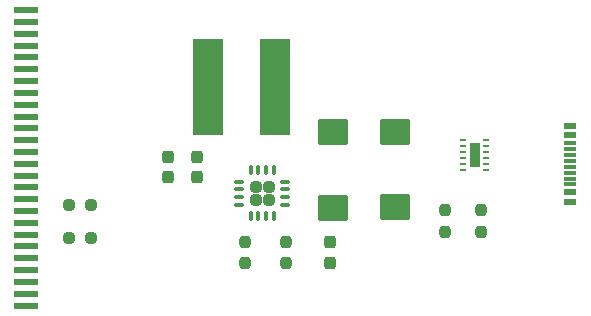
<source format=gtp>
%TF.GenerationSoftware,KiCad,Pcbnew,6.0.11+dfsg-1*%
%TF.CreationDate,2024-02-27T20:54:29-05:00*%
%TF.ProjectId,usb-c-expresscard,7573622d-632d-4657-9870-726573736361,rev?*%
%TF.SameCoordinates,Original*%
%TF.FileFunction,Paste,Top*%
%TF.FilePolarity,Positive*%
%FSLAX46Y46*%
G04 Gerber Fmt 4.6, Leading zero omitted, Abs format (unit mm)*
G04 Created by KiCad (PCBNEW 6.0.11+dfsg-1) date 2024-02-27 20:54:29*
%MOMM*%
%LPD*%
G01*
G04 APERTURE LIST*
G04 Aperture macros list*
%AMRoundRect*
0 Rectangle with rounded corners*
0 $1 Rounding radius*
0 $2 $3 $4 $5 $6 $7 $8 $9 X,Y pos of 4 corners*
0 Add a 4 corners polygon primitive as box body*
4,1,4,$2,$3,$4,$5,$6,$7,$8,$9,$2,$3,0*
0 Add four circle primitives for the rounded corners*
1,1,$1+$1,$2,$3*
1,1,$1+$1,$4,$5*
1,1,$1+$1,$6,$7*
1,1,$1+$1,$8,$9*
0 Add four rect primitives between the rounded corners*
20,1,$1+$1,$2,$3,$4,$5,0*
20,1,$1+$1,$4,$5,$6,$7,0*
20,1,$1+$1,$6,$7,$8,$9,0*
20,1,$1+$1,$8,$9,$2,$3,0*%
%AMFreePoly0*
4,1,5,1.000760,-0.248920,-1.000760,-0.248920,-1.000760,0.248920,1.000760,0.248920,1.000760,-0.248920,1.000760,-0.248920,$1*%
%AMFreePoly1*
4,1,5,1.000760,-0.248158,-1.000760,-0.248158,-1.000760,0.249682,1.000760,0.249682,1.000760,-0.248158,1.000760,-0.248158,$1*%
%AMFreePoly2*
4,1,5,1.000760,-0.249936,-1.000760,-0.249936,-1.000760,0.247904,1.000760,0.247904,1.000760,-0.249936,1.000760,-0.249936,$1*%
%AMFreePoly3*
4,1,5,1.000760,-0.249174,-1.000760,-0.249174,-1.000760,0.248666,1.000760,0.248666,1.000760,-0.249174,1.000760,-0.249174,$1*%
%AMFreePoly4*
4,1,5,1.000760,-0.248412,-1.000760,-0.248412,-1.000760,0.249428,1.000760,0.249428,1.000760,-0.248412,1.000760,-0.248412,$1*%
%AMFreePoly5*
4,1,5,1.000760,-0.247650,-1.000760,-0.247650,-1.000760,0.250190,1.000760,0.250190,1.000760,-0.247650,1.000760,-0.247650,$1*%
%AMFreePoly6*
4,1,5,1.000760,-0.249428,-1.000760,-0.249428,-1.000760,0.248412,1.000760,0.248412,1.000760,-0.249428,1.000760,-0.249428,$1*%
%AMFreePoly7*
4,1,5,1.000760,-0.248666,-1.000760,-0.248666,-1.000760,0.249174,1.000760,0.249174,1.000760,-0.248666,1.000760,-0.248666,$1*%
%AMFreePoly8*
4,1,5,1.000760,-0.247904,-1.000760,-0.247904,-1.000760,0.249936,1.000760,0.249936,1.000760,-0.247904,1.000760,-0.247904,$1*%
%AMFreePoly9*
4,1,5,1.000760,-0.249682,-1.000760,-0.249682,-1.000760,0.248158,1.000760,0.248158,1.000760,-0.249682,1.000760,-0.249682,$1*%
G04 Aperture macros list end*
%ADD10RoundRect,0.087500X0.087500X0.325000X-0.087500X0.325000X-0.087500X-0.325000X0.087500X-0.325000X0*%
%ADD11RoundRect,0.087500X0.325000X0.087500X-0.325000X0.087500X-0.325000X-0.087500X0.325000X-0.087500X0*%
%ADD12RoundRect,0.238649X0.238648X0.238648X-0.238648X0.238648X-0.238648X-0.238648X0.238648X-0.238648X0*%
%ADD13RoundRect,0.237500X-0.237500X0.300000X-0.237500X-0.300000X0.237500X-0.300000X0.237500X0.300000X0*%
%ADD14RoundRect,0.237500X0.250000X0.237500X-0.250000X0.237500X-0.250000X-0.237500X0.250000X-0.237500X0*%
%ADD15RoundRect,0.237500X-0.237500X0.250000X-0.237500X-0.250000X0.237500X-0.250000X0.237500X0.250000X0*%
%ADD16R,0.900000X2.000000*%
%ADD17R,0.500126X0.279908*%
%ADD18R,1.100000X0.300000*%
%ADD19R,1.100000X0.600000*%
%ADD20R,2.600000X8.200000*%
%ADD21RoundRect,0.250000X1.025000X-0.875000X1.025000X0.875000X-1.025000X0.875000X-1.025000X-0.875000X0*%
%ADD22RoundRect,0.237500X0.237500X-0.250000X0.237500X0.250000X-0.237500X0.250000X-0.237500X-0.250000X0*%
%ADD23FreePoly0,180.000000*%
%ADD24FreePoly1,180.000000*%
%ADD25FreePoly2,180.000000*%
%ADD26FreePoly3,180.000000*%
%ADD27FreePoly4,180.000000*%
%ADD28FreePoly5,180.000000*%
%ADD29FreePoly6,180.000000*%
%ADD30FreePoly7,180.000000*%
%ADD31FreePoly8,180.000000*%
%ADD32FreePoly9,180.000000*%
G04 APERTURE END LIST*
D10*
%TO.C,U1*%
X163475000Y-98962500D03*
X162825000Y-98962500D03*
X162175000Y-98962500D03*
X161525000Y-98962500D03*
D11*
X160537500Y-97975000D03*
X160537500Y-97325000D03*
X160537500Y-96675000D03*
X160537500Y-96025000D03*
D10*
X161525000Y-95037500D03*
X162175000Y-95037500D03*
X162825000Y-95037500D03*
X163475000Y-95037500D03*
D11*
X164462500Y-96025000D03*
X164462500Y-96675000D03*
X164462500Y-97325000D03*
X164462500Y-97975000D03*
D12*
X161950000Y-97550000D03*
X161950000Y-96450000D03*
X163050000Y-96450000D03*
X163050000Y-97550000D03*
%TD*%
D13*
%TO.C,C3*%
X168250000Y-102862500D03*
X168250000Y-101137500D03*
%TD*%
D14*
%TO.C,R2*%
X146175000Y-100750000D03*
X148000000Y-100750000D03*
%TD*%
D15*
%TO.C,R5*%
X178000000Y-100250000D03*
X178000000Y-98425000D03*
%TD*%
D13*
%TO.C,C1*%
X154500000Y-95612500D03*
X154500000Y-93887500D03*
%TD*%
D16*
%TO.C,U2*%
X180500000Y-93750000D03*
D17*
X181458723Y-92500000D03*
X181458723Y-92999999D03*
X181458723Y-93500000D03*
X181458723Y-94000000D03*
X181458723Y-94500001D03*
X181458723Y-95000000D03*
X179541277Y-95000000D03*
X179541277Y-94500001D03*
X179541277Y-94000000D03*
X179541277Y-93500000D03*
X179541277Y-92999999D03*
X179541277Y-92500000D03*
%TD*%
D18*
%TO.C,J2*%
X188582691Y-96250382D03*
X188582691Y-95250382D03*
X188582691Y-93750382D03*
X188582691Y-92750382D03*
D19*
X188582691Y-92100382D03*
X188582691Y-91300382D03*
D18*
X188582691Y-93250382D03*
X188582691Y-94250382D03*
X188582691Y-94750382D03*
X188582691Y-95750382D03*
D19*
X188582691Y-96900382D03*
X188582691Y-97700382D03*
%TD*%
D13*
%TO.C,C2*%
X157000000Y-95612500D03*
X157000000Y-93887500D03*
%TD*%
D14*
%TO.C,R1*%
X146175000Y-98000000D03*
X148000000Y-98000000D03*
%TD*%
D15*
%TO.C,R6*%
X181000000Y-100250000D03*
X181000000Y-98425000D03*
%TD*%
D20*
%TO.C,L1*%
X157950000Y-88000000D03*
X163550000Y-88000000D03*
%TD*%
D21*
%TO.C,C5*%
X173750000Y-91800000D03*
X173750000Y-98200000D03*
%TD*%
%TO.C,C4*%
X168500000Y-91850000D03*
X168500000Y-98250000D03*
%TD*%
D22*
%TO.C,R4*%
X161065000Y-101087500D03*
X161065000Y-102912500D03*
%TD*%
D15*
%TO.C,R3*%
X164500000Y-102912500D03*
X164500000Y-101087500D03*
%TD*%
D23*
%TO.C,J1*%
X142500000Y-106500000D03*
D24*
X142500000Y-105499240D03*
D25*
X142500000Y-104501020D03*
D26*
X142500000Y-103500260D03*
D27*
X142500000Y-102499500D03*
D28*
X142500000Y-101498740D03*
D29*
X142500000Y-100500520D03*
D30*
X142500000Y-99499760D03*
D31*
X142500000Y-98499000D03*
D32*
X142500000Y-97500780D03*
D23*
X142500000Y-96500020D03*
D24*
X142500000Y-95499260D03*
D25*
X142500000Y-94501040D03*
D26*
X142500000Y-93500280D03*
D27*
X142500000Y-92499520D03*
D28*
X142500000Y-91498760D03*
D29*
X142500000Y-90500540D03*
D30*
X142500000Y-89499780D03*
D31*
X142500000Y-88499020D03*
D32*
X142500000Y-87500800D03*
D23*
X142500000Y-86500040D03*
D24*
X142500000Y-85499280D03*
D25*
X142500000Y-84501060D03*
D26*
X142500000Y-83500300D03*
D27*
X142500000Y-82499540D03*
D28*
X142500000Y-81498780D03*
%TD*%
M02*

</source>
